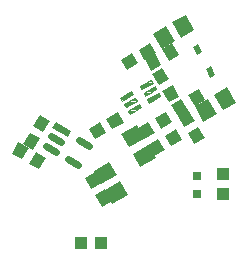
<source format=gbr>
G04 EAGLE Gerber RS-274X export*
G75*
%MOMM*%
%FSLAX34Y34*%
%LPD*%
%INSolderpaste Top*%
%IPPOS*%
%AMOC8*
5,1,8,0,0,1.08239X$1,22.5*%
G01*
%ADD10R,0.800000X0.800000*%
%ADD11R,1.000000X1.100000*%
%ADD12R,1.100000X1.000000*%
%ADD13R,1.300000X1.500000*%
%ADD14R,0.800000X0.500000*%
%ADD15R,1.554000X0.572000*%
%ADD16C,0.572000*%
%ADD17C,0.100000*%


D10*
X24232Y109054D03*
X24232Y94054D03*
D11*
X-56677Y52198D03*
X-73677Y52198D03*
D12*
X46067Y93940D03*
X46067Y110940D03*
G36*
X-8144Y186242D02*
X-13644Y195768D01*
X-4984Y200768D01*
X516Y191242D01*
X-8144Y186242D01*
G37*
G36*
X356Y171520D02*
X-5144Y181046D01*
X3516Y186046D01*
X9016Y176520D01*
X356Y171520D01*
G37*
G36*
X-25433Y204602D02*
X-34959Y199102D01*
X-39959Y207762D01*
X-30433Y213262D01*
X-25433Y204602D01*
G37*
G36*
X-10711Y213102D02*
X-20237Y207602D01*
X-25237Y216262D01*
X-15711Y221762D01*
X-10711Y213102D01*
G37*
G36*
X13516Y150940D02*
X8016Y160466D01*
X16676Y165466D01*
X22176Y155940D01*
X13516Y150940D01*
G37*
G36*
X22016Y136218D02*
X16516Y145744D01*
X25176Y150744D01*
X30676Y141218D01*
X22016Y136218D01*
G37*
D11*
G36*
X-5333Y216490D02*
X3327Y221490D01*
X8827Y211964D01*
X167Y206964D01*
X-5333Y216490D01*
G37*
G36*
X-20055Y207990D02*
X-11395Y212990D01*
X-5895Y203464D01*
X-14555Y198464D01*
X-20055Y207990D01*
G37*
G36*
X17009Y178135D02*
X25669Y183135D01*
X31169Y173609D01*
X22509Y168609D01*
X17009Y178135D01*
G37*
G36*
X2287Y169635D02*
X10947Y174635D01*
X16447Y165109D01*
X7787Y160109D01*
X2287Y169635D01*
G37*
D13*
G36*
X5589Y223376D02*
X-5669Y216876D01*
X-13169Y229866D01*
X-1911Y236366D01*
X5589Y223376D01*
G37*
G36*
X22043Y232876D02*
X10785Y226376D01*
X3285Y239366D01*
X14543Y245866D01*
X22043Y232876D01*
G37*
G36*
X40951Y161750D02*
X29693Y155250D01*
X22193Y168240D01*
X33451Y174740D01*
X40951Y161750D01*
G37*
G36*
X57405Y171250D02*
X46147Y164750D01*
X38647Y177740D01*
X49905Y184240D01*
X57405Y171250D01*
G37*
D14*
G36*
X35794Y202037D02*
X39794Y195109D01*
X35464Y192609D01*
X31464Y199537D01*
X35794Y202037D01*
G37*
G36*
X24794Y221090D02*
X28794Y214162D01*
X24464Y211662D01*
X20464Y218590D01*
X24794Y221090D01*
G37*
D12*
G36*
X-20271Y140677D02*
X-25771Y150203D01*
X-17111Y155203D01*
X-11611Y145677D01*
X-20271Y140677D01*
G37*
G36*
X-11771Y125955D02*
X-17271Y135481D01*
X-8611Y140481D01*
X-3111Y130955D01*
X-11771Y125955D01*
G37*
D11*
G36*
X-6316Y149344D02*
X-11316Y158004D01*
X-1790Y163504D01*
X3210Y154844D01*
X-6316Y149344D01*
G37*
G36*
X2184Y134622D02*
X-2816Y143282D01*
X6710Y148782D01*
X11710Y140122D01*
X2184Y134622D01*
G37*
G36*
X-123855Y123268D02*
X-132515Y128268D01*
X-127015Y137794D01*
X-118355Y132794D01*
X-123855Y123268D01*
G37*
G36*
X-109133Y114768D02*
X-117793Y119768D01*
X-112293Y129294D01*
X-103633Y124294D01*
X-109133Y114768D01*
G37*
D12*
G36*
X-108782Y141080D02*
X-114282Y131554D01*
X-122942Y136554D01*
X-117442Y146080D01*
X-108782Y141080D01*
G37*
G36*
X-100282Y155802D02*
X-105782Y146276D01*
X-114442Y151276D01*
X-108942Y160802D01*
X-100282Y155802D01*
G37*
G36*
X-52694Y145973D02*
X-62220Y140473D01*
X-67220Y149133D01*
X-57694Y154633D01*
X-52694Y145973D01*
G37*
G36*
X-37971Y154473D02*
X-47497Y148973D01*
X-52497Y157633D01*
X-42971Y163133D01*
X-37971Y154473D01*
G37*
D13*
G36*
X-56859Y102346D02*
X-63359Y113604D01*
X-50369Y121104D01*
X-43869Y109846D01*
X-56859Y102346D01*
G37*
G36*
X-47359Y85892D02*
X-53859Y97150D01*
X-40869Y104650D01*
X-34369Y93392D01*
X-47359Y85892D01*
G37*
D15*
G36*
X-84963Y142118D02*
X-98421Y149887D01*
X-95561Y154840D01*
X-82103Y147071D01*
X-84963Y142118D01*
G37*
D16*
X-90760Y137797D02*
X-99264Y142707D01*
X-104014Y134480D02*
X-95510Y129570D01*
X-84961Y123480D02*
X-76457Y118570D01*
X-66957Y135024D02*
X-75461Y139934D01*
D17*
X-39402Y173116D02*
X-29964Y178565D01*
X-39402Y173116D02*
X-40902Y175715D01*
X-31464Y181164D01*
X-29964Y178565D01*
X-37757Y174066D02*
X-39950Y174066D01*
X-40499Y175016D02*
X-36111Y175016D01*
X-34466Y175966D02*
X-40467Y175966D01*
X-38822Y176916D02*
X-32820Y176916D01*
X-31175Y177866D02*
X-37176Y177866D01*
X-35531Y178816D02*
X-30109Y178816D01*
X-30657Y179766D02*
X-33885Y179766D01*
X-32240Y180716D02*
X-31205Y180716D01*
X-26714Y172936D02*
X-36152Y167487D01*
X-37652Y170086D01*
X-28214Y175535D01*
X-26714Y172936D01*
X-34507Y168437D02*
X-36700Y168437D01*
X-37249Y169387D02*
X-32861Y169387D01*
X-31216Y170337D02*
X-37217Y170337D01*
X-35572Y171287D02*
X-29570Y171287D01*
X-27925Y172237D02*
X-33926Y172237D01*
X-32281Y173187D02*
X-26859Y173187D01*
X-27407Y174137D02*
X-30635Y174137D01*
X-28990Y175087D02*
X-27955Y175087D01*
X-23464Y167307D02*
X-32902Y161858D01*
X-34402Y164457D01*
X-24964Y169906D01*
X-23464Y167307D01*
X-31257Y162808D02*
X-33450Y162808D01*
X-33999Y163758D02*
X-29611Y163758D01*
X-27966Y164708D02*
X-33967Y164708D01*
X-32322Y165658D02*
X-26320Y165658D01*
X-24675Y166608D02*
X-30676Y166608D01*
X-29031Y167558D02*
X-23609Y167558D01*
X-24157Y168508D02*
X-27385Y168508D01*
X-25740Y169458D02*
X-24705Y169458D01*
X-17775Y174057D02*
X-8337Y179506D01*
X-6837Y176907D01*
X-16275Y171458D01*
X-17775Y174057D01*
X-16823Y172408D02*
X-14630Y172408D01*
X-12984Y173358D02*
X-17372Y173358D01*
X-17340Y174308D02*
X-11339Y174308D01*
X-9693Y175258D02*
X-15695Y175258D01*
X-14049Y176208D02*
X-8048Y176208D01*
X-6982Y177158D02*
X-12404Y177158D01*
X-10758Y178108D02*
X-7530Y178108D01*
X-8078Y179058D02*
X-9113Y179058D01*
X-11587Y185135D02*
X-21025Y179686D01*
X-11587Y185135D02*
X-10087Y182536D01*
X-19525Y177087D01*
X-21025Y179686D01*
X-20073Y178037D02*
X-17880Y178037D01*
X-16234Y178987D02*
X-20622Y178987D01*
X-20590Y179937D02*
X-14589Y179937D01*
X-12943Y180887D02*
X-18945Y180887D01*
X-17299Y181837D02*
X-11298Y181837D01*
X-10232Y182787D02*
X-15654Y182787D01*
X-14008Y183737D02*
X-10780Y183737D01*
X-11328Y184687D02*
X-12363Y184687D01*
X-14837Y190764D02*
X-24275Y185315D01*
X-14837Y190764D02*
X-13337Y188165D01*
X-22775Y182716D01*
X-24275Y185315D01*
X-23323Y183666D02*
X-21130Y183666D01*
X-19484Y184616D02*
X-23872Y184616D01*
X-23840Y185566D02*
X-17839Y185566D01*
X-16193Y186516D02*
X-22195Y186516D01*
X-20549Y187466D02*
X-14548Y187466D01*
X-13482Y188416D02*
X-18904Y188416D01*
X-17258Y189366D02*
X-14030Y189366D01*
X-14578Y190316D02*
X-15613Y190316D01*
D13*
G36*
X-33339Y133396D02*
X-39839Y144654D01*
X-26849Y152154D01*
X-20349Y140896D01*
X-33339Y133396D01*
G37*
G36*
X-23839Y116942D02*
X-30339Y128200D01*
X-17349Y135700D01*
X-10849Y124442D01*
X-23839Y116942D01*
G37*
D12*
G36*
X-65114Y98100D02*
X-70614Y107626D01*
X-61954Y112626D01*
X-56454Y103100D01*
X-65114Y98100D01*
G37*
G36*
X-56614Y83377D02*
X-62114Y92903D01*
X-53454Y97903D01*
X-47954Y88377D01*
X-56614Y83377D01*
G37*
M02*

</source>
